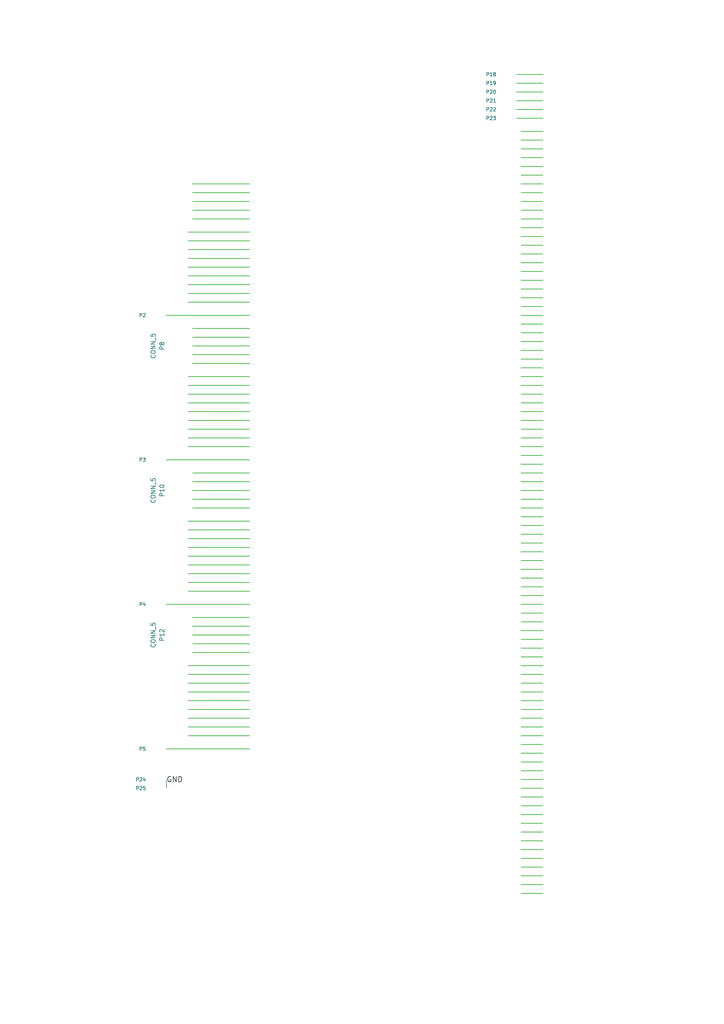
<source format=kicad_sch>
(kicad_sch (version 20230121) (generator eeschema)
  (paper "A4" portrait)
  (title_block (date "2 jun 2014"))
  (lib_symbols)
  (wire (pts (xy 157.48 243.84) (xy 151.13 243.84)))
  (wire (pts (xy 72.39 105.41) (xy 55.88 105.41)))
  (wire (pts (xy 54.61 163.83) (xy 72.39 163.83)))
  (wire (pts (xy 55.88 184.15) (xy 72.39 184.15)))
  (wire (pts (xy 72.39 85.09) (xy 54.61 85.09)))
  (wire (pts (xy 55.88 97.79) (xy 72.39 97.79)))
  (wire (pts (xy 157.48 139.7) (xy 151.13 139.7)))
  (wire (pts (xy 151.13 200.66) (xy 157.48 200.66)))
  (wire (pts (xy 55.88 95.25) (xy 72.39 95.25)))
  (wire (pts (xy 157.48 134.62) (xy 151.13 134.62)))
  (wire (pts (xy 157.48 172.72) (xy 151.13 172.72)))
  (wire (pts (xy 54.61 121.92) (xy 72.39 121.92)))
  (wire (pts (xy 151.13 251.46) (xy 157.48 251.46)))
  (wire (pts (xy 157.48 91.44) (xy 151.13 91.44)))
  (wire (pts (xy 149.86 24.13) (xy 157.48 24.13)))
  (wire (pts (xy 151.13 180.34) (xy 157.48 180.34)))
  (wire (pts (xy 151.13 83.82) (xy 157.48 83.82)))
  (wire (pts (xy 72.39 69.85) (xy 54.61 69.85)))
  (wire (pts (xy 157.48 55.88) (xy 151.13 55.88)))
  (wire (pts (xy 157.48 208.28) (xy 151.13 208.28)))
  (wire (pts (xy 151.13 137.16) (xy 157.48 137.16)))
  (wire (pts (xy 151.13 88.9) (xy 157.48 88.9)))
  (wire (pts (xy 54.61 67.31) (xy 72.39 67.31)))
  (wire (pts (xy 157.48 26.67) (xy 149.86 26.67)))
  (wire (pts (xy 157.48 167.64) (xy 151.13 167.64)))
  (wire (pts (xy 151.13 175.26) (xy 157.48 175.26)))
  (wire (pts (xy 72.39 129.54) (xy 54.61 129.54)))
  (wire (pts (xy 157.48 144.78) (xy 151.13 144.78)))
  (wire (pts (xy 151.13 38.1) (xy 157.48 38.1)))
  (wire (pts (xy 151.13 195.58) (xy 157.48 195.58)))
  (wire (pts (xy 151.13 259.08) (xy 157.48 259.08)))
  (wire (pts (xy 157.48 96.52) (xy 151.13 96.52)))
  (wire (pts (xy 151.13 215.9) (xy 157.48 215.9)))
  (wire (pts (xy 54.61 151.13) (xy 72.39 151.13)))
  (wire (pts (xy 157.48 223.52) (xy 151.13 223.52)))
  (wire (pts (xy 157.48 106.68) (xy 151.13 106.68)))
  (wire (pts (xy 72.39 124.46) (xy 54.61 124.46)))
  (wire (pts (xy 48.26 228.6) (xy 48.26 226.06)))
  (wire (pts (xy 157.48 193.04) (xy 151.13 193.04)))
  (wire (pts (xy 157.48 81.28) (xy 151.13 81.28)))
  (wire (pts (xy 54.61 208.28) (xy 72.39 208.28)))
  (wire (pts (xy 151.13 205.74) (xy 157.48 205.74)))
  (wire (pts (xy 157.48 45.72) (xy 151.13 45.72)))
  (wire (pts (xy 157.48 40.64) (xy 151.13 40.64)))
  (wire (pts (xy 72.39 137.16) (xy 55.88 137.16)))
  (wire (pts (xy 55.88 189.23) (xy 72.39 189.23)))
  (wire (pts (xy 157.48 177.8) (xy 151.13 177.8)))
  (wire (pts (xy 157.48 119.38) (xy 151.13 119.38)))
  (wire (pts (xy 55.88 102.87) (xy 72.39 102.87)))
  (wire (pts (xy 151.13 73.66) (xy 157.48 73.66)))
  (wire (pts (xy 151.13 241.3) (xy 157.48 241.3)))
  (wire (pts (xy 54.61 168.91) (xy 72.39 168.91)))
  (wire (pts (xy 151.13 147.32) (xy 157.48 147.32)))
  (wire (pts (xy 72.39 166.37) (xy 54.61 166.37)))
  (wire (pts (xy 54.61 195.58) (xy 72.39 195.58)))
  (wire (pts (xy 72.39 171.45) (xy 54.61 171.45)))
  (wire (pts (xy 54.61 82.55) (xy 72.39 82.55)))
  (wire (pts (xy 48.26 133.35) (xy 72.39 133.35)))
  (wire (pts (xy 48.26 175.26) (xy 72.39 175.26)))
  (wire (pts (xy 157.48 31.75) (xy 149.86 31.75)))
  (wire (pts (xy 54.61 72.39) (xy 72.39 72.39)))
  (wire (pts (xy 157.48 182.88) (xy 151.13 182.88)))
  (wire (pts (xy 151.13 121.92) (xy 157.48 121.92)))
  (wire (pts (xy 72.39 217.17) (xy 48.26 217.17)))
  (wire (pts (xy 157.48 111.76) (xy 151.13 111.76)))
  (wire (pts (xy 72.39 158.75) (xy 54.61 158.75)))
  (wire (pts (xy 157.48 21.59) (xy 149.86 21.59)))
  (wire (pts (xy 151.13 63.5) (xy 157.48 63.5)))
  (wire (pts (xy 55.88 144.78) (xy 72.39 144.78)))
  (wire (pts (xy 72.39 63.5) (xy 55.88 63.5)))
  (wire (pts (xy 72.39 193.04) (xy 54.61 193.04)))
  (wire (pts (xy 54.61 77.47) (xy 72.39 77.47)))
  (wire (pts (xy 72.39 58.42) (xy 55.88 58.42)))
  (wire (pts (xy 157.48 218.44) (xy 151.13 218.44)))
  (wire (pts (xy 55.88 139.7) (xy 72.39 139.7)))
  (wire (pts (xy 151.13 53.34) (xy 157.48 53.34)))
  (wire (pts (xy 54.61 198.12) (xy 72.39 198.12)))
  (wire (pts (xy 151.13 99.06) (xy 157.48 99.06)))
  (wire (pts (xy 151.13 132.08) (xy 157.48 132.08)))
  (wire (pts (xy 55.88 179.07) (xy 72.39 179.07)))
  (wire (pts (xy 151.13 165.1) (xy 157.48 165.1)))
  (wire (pts (xy 157.48 76.2) (xy 151.13 76.2)))
  (wire (pts (xy 151.13 210.82) (xy 157.48 210.82)))
  (wire (pts (xy 151.13 149.86) (xy 157.48 149.86)))
  (wire (pts (xy 72.39 147.32) (xy 55.88 147.32)))
  (wire (pts (xy 151.13 185.42) (xy 157.48 185.42)))
  (wire (pts (xy 157.48 228.6) (xy 151.13 228.6)))
  (wire (pts (xy 151.13 160.02) (xy 157.48 160.02)))
  (wire (pts (xy 157.48 124.46) (xy 151.13 124.46)))
  (wire (pts (xy 157.48 203.2) (xy 151.13 203.2)))
  (wire (pts (xy 151.13 256.54) (xy 157.48 256.54)))
  (wire (pts (xy 151.13 109.22) (xy 157.48 109.22)))
  (wire (pts (xy 157.48 66.04) (xy 151.13 66.04)))
  (wire (pts (xy 54.61 203.2) (xy 72.39 203.2)))
  (wire (pts (xy 151.13 170.18) (xy 157.48 170.18)))
  (wire (pts (xy 151.13 246.38) (xy 157.48 246.38)))
  (wire (pts (xy 72.39 153.67) (xy 54.61 153.67)))
  (wire (pts (xy 157.48 238.76) (xy 151.13 238.76)))
  (wire (pts (xy 157.48 129.54) (xy 151.13 129.54)))
  (wire (pts (xy 157.48 86.36) (xy 151.13 86.36)))
  (wire (pts (xy 151.13 48.26) (xy 157.48 48.26)))
  (wire (pts (xy 72.39 100.33) (xy 55.88 100.33)))
  (wire (pts (xy 72.39 205.74) (xy 54.61 205.74)))
  (wire (pts (xy 149.86 34.29) (xy 157.48 34.29)))
  (wire (pts (xy 151.13 226.06) (xy 157.48 226.06)))
  (wire (pts (xy 72.39 111.76) (xy 54.61 111.76)))
  (wire (pts (xy 151.13 236.22) (xy 157.48 236.22)))
  (wire (pts (xy 157.48 213.36) (xy 151.13 213.36)))
  (wire (pts (xy 54.61 87.63) (xy 72.39 87.63)))
  (wire (pts (xy 157.48 233.68) (xy 151.13 233.68)))
  (wire (pts (xy 54.61 114.3) (xy 72.39 114.3)))
  (wire (pts (xy 157.48 162.56) (xy 151.13 162.56)))
  (wire (pts (xy 151.13 68.58) (xy 157.48 68.58)))
  (wire (pts (xy 54.61 161.29) (xy 72.39 161.29)))
  (wire (pts (xy 72.39 91.44) (xy 48.26 91.44)))
  (wire (pts (xy 151.13 114.3) (xy 157.48 114.3)))
  (wire (pts (xy 151.13 220.98) (xy 157.48 220.98)))
  (wire (pts (xy 151.13 78.74) (xy 157.48 78.74)))
  (wire (pts (xy 72.39 186.69) (xy 55.88 186.69)))
  (wire (pts (xy 55.88 55.88) (xy 72.39 55.88)))
  (wire (pts (xy 151.13 231.14) (xy 157.48 231.14)))
  (wire (pts (xy 157.48 71.12) (xy 151.13 71.12)))
  (wire (pts (xy 54.61 127) (xy 72.39 127)))
  (wire (pts (xy 149.86 29.21) (xy 157.48 29.21)))
  (wire (pts (xy 72.39 80.01) (xy 54.61 80.01)))
  (wire (pts (xy 151.13 116.84) (xy 157.48 116.84)))
  (wire (pts (xy 72.39 119.38) (xy 54.61 119.38)))
  (wire (pts (xy 157.48 198.12) (xy 151.13 198.12)))
  (wire (pts (xy 54.61 116.84) (xy 72.39 116.84)))
  (wire (pts (xy 151.13 93.98) (xy 157.48 93.98)))
  (wire (pts (xy 151.13 43.18) (xy 157.48 43.18)))
  (wire (pts (xy 54.61 213.36) (xy 72.39 213.36)))
  (wire (pts (xy 72.39 74.93) (xy 54.61 74.93)))
  (wire (pts (xy 157.48 101.6) (xy 151.13 101.6)))
  (wire (pts (xy 72.39 142.24) (xy 55.88 142.24)))
  (wire (pts (xy 151.13 190.5) (xy 157.48 190.5)))
  (wire (pts (xy 72.39 181.61) (xy 55.88 181.61)))
  (wire (pts (xy 151.13 104.14) (xy 157.48 104.14)))
  (wire (pts (xy 72.39 53.34) (xy 55.88 53.34)))
  (wire (pts (xy 151.13 142.24) (xy 157.48 142.24)))
  (wire (pts (xy 157.48 157.48) (xy 151.13 157.48)))
  (wire (pts (xy 72.39 200.66) (xy 54.61 200.66)))
  (wire (pts (xy 54.61 109.22) (xy 72.39 109.22)))
  (wire (pts (xy 54.61 156.21) (xy 72.39 156.21)))
  (wire (pts (xy 55.88 60.96) (xy 72.39 60.96)))
  (wire (pts (xy 157.48 187.96) (xy 151.13 187.96)))
  (wire (pts (xy 157.48 60.96) (xy 151.13 60.96)))
  (wire (pts (xy 157.48 248.92) (xy 151.13 248.92)))
  (wire (pts (xy 151.13 58.42) (xy 157.48 58.42)))
  (wire (pts (xy 157.48 152.4) (xy 151.13 152.4)))
  (wire (pts (xy 151.13 154.94) (xy 157.48 154.94)))
  (wire (pts (xy 157.48 50.8) (xy 151.13 50.8)))
  (wire (pts (xy 157.48 254) (xy 151.13 254)))
  (wire (pts (xy 151.13 127) (xy 157.48 127)))
  (wire (pts (xy 72.39 210.82) (xy 54.61 210.82)))
  (label "GND" (at 48.26 227.33 0) (effects (font (size 1.524 1.524))))
  (symbol (lib_id "284617-1") (at 86.36 132.08 0) (unit 1)
    (property "Reference" "P1" (at 86.36 125.73 0))
    (property "Value" "284617-1" (at 86.36 128.27 0))
    (property "Footprint" "MODULE" (effects hide))
    (property "Datasheet" "DOCUMENTATION" (effects hide))
  )
  (symbol (lib_id "CONN_5") (at 45.72 58.42 0) (mirror y) (unit 1)
    (property "Reference" "P6" (at 46.99 58.42 90))
    (property "Value" "CONN_5" (at 44.45 58.42 90))
  )
  (symbol (lib_id "CONN_9") (at 45.72 77.47 0) (mirror y) (unit 1)
    (property "Reference" "P7" (at 46.99 77.47 90) (effects (font (size 1.524 1.524))))
    (property "Value" "CONN_9" (at 44.45 77.47 90) (effects (font (size 1.524 1.524))))
  )
  (symbol (lib_id "CONN_1") (at 44.45 91.44 180) (unit 1)
    (property "Reference" "P2" (at 42.418 91.44 0) (effects (font (size 1.016 1.016)) (justify left)))
    (property "Value" "CONN_1" (effects hide))
  )
  (symbol (lib_id "CONN_5") (at 45.72 100.33 0) (mirror y) (unit 1)
    (property "Reference" "P8" (at 46.99 100.33 90))
    (property "Value" "CONN_5" (at 44.45 100.33 90))
  )
  (symbol (lib_id "CONN_9") (at 45.72 119.38 0) (mirror y) (unit 1)
    (property "Reference" "P9" (at 46.99 119.38 90) (effects (font (size 1.524 1.524))))
    (property "Value" "CONN_9" (at 44.45 119.38 90) (effects (font (size 1.524 1.524))))
  )
  (symbol (lib_id "CONN_1") (at 44.45 133.35 180) (unit 1)
    (property "Reference" "P3" (at 42.418 133.35 0) (effects (font (size 1.016 1.016)) (justify left)))
    (property "Value" "CONN_1" (effects hide))
  )
  (symbol (lib_id "CONN_5") (at 45.72 142.24 0) (mirror y) (unit 1)
    (property "Reference" "P10" (at 46.99 142.24 90))
    (property "Value" "CONN_5" (at 44.45 142.24 90))
  )
  (symbol (lib_id "CONN_9") (at 45.72 161.29 0) (mirror y) (unit 1)
    (property "Reference" "P11" (at 46.99 161.29 90) (effects (font (size 1.524 1.524))))
    (property "Value" "CONN_9" (at 44.45 161.29 90) (effects (font (size 1.524 1.524))))
  )
  (symbol (lib_id "CONN_1") (at 44.45 175.26 180) (unit 1)
    (property "Reference" "P4" (at 42.418 175.26 0) (effects (font (size 1.016 1.016)) (justify left)))
    (property "Value" "CONN_1" (effects hide))
  )
  (symbol (lib_id "CONN_5") (at 45.72 184.15 0) (mirror y) (unit 1)
    (property "Reference" "P12" (at 46.99 184.15 90))
    (property "Value" "CONN_5" (at 44.45 184.15 90))
  )
  (symbol (lib_id "CONN_9") (at 45.72 203.2 0) (mirror y) (unit 1)
    (property "Reference" "P13" (at 46.99 203.2 90) (effects (font (size 1.524 1.524))))
    (property "Value" "CONN_9" (at 44.45 203.2 90) (effects (font (size 1.524 1.524))))
  )
  (symbol (lib_id "CONN_1") (at 44.45 217.17 180) (unit 1)
    (property "Reference" "P5" (at 42.418 217.17 0) (effects (font (size 1.016 1.016)) (justify left)))
    (property "Value" "CONN_1" (effects hide))
  )
  (symbol (lib_id "CONN_1") (at 146.05 21.59 180) (unit 1)
    (property "Reference" "P18" (at 144.018 21.59 0) (effects (font (size 1.016 1.016)) (justify left)))
    (property "Value" "CONN_1" (effects hide))
  )
  (symbol (lib_id "CONN_1") (at 146.05 24.13 180) (unit 1)
    (property "Reference" "P19" (at 144.018 24.13 0) (effects (font (size 1.016 1.016)) (justify left)))
    (property "Value" "CONN_1" (effects hide))
  )
  (symbol (lib_id "CONN_1") (at 146.05 26.67 180) (unit 1)
    (property "Reference" "P20" (at 144.018 26.67 0) (effects (font (size 1.016 1.016)) (justify left)))
    (property "Value" "CONN_1" (effects hide))
  )
  (symbol (lib_id "CONN_1") (at 146.05 29.21 180) (unit 1)
    (property "Reference" "P21" (at 144.018 29.21 0) (effects (font (size 1.016 1.016)) (justify left)))
    (property "Value" "CONN_1" (effects hide))
  )
  (symbol (lib_id "CONN_1") (at 146.05 31.75 180) (unit 1)
    (property "Reference" "P22" (at 144.018 31.75 0) (effects (font (size 1.016 1.016)) (justify left)))
    (property "Value" "CONN_1" (effects hide))
  )
  (symbol (lib_id "CONN_1") (at 146.05 34.29 180) (unit 1)
    (property "Reference" "P23" (at 144.018 34.29 0) (effects (font (size 1.016 1.016)) (justify left)))
    (property "Value" "CONN_1" (effects hide))
  )
  (symbol (lib_id "CONN_22") (at 142.24 62.23 0) (mirror y) (unit 1)
    (property "Reference" "P14" (at 143.51 62.23 90) (effects (font (size 1.524 1.524))))
    (property "Value" "CONN_22" (at 140.97 62.23 90) (effects (font (size 1.524 1.524))))
  )
  (symbol (lib_id "CONN_22") (at 142.24 118.11 0) (mirror y) (unit 1)
    (property "Reference" "P15" (at 143.51 118.11 90) (effects (font (size 1.524 1.524))))
    (property "Value" "CONN_22" (at 140.97 118.11 90) (effects (font (size 1.524 1.524))))
  )
  (symbol (lib_id "CONN_22") (at 142.24 173.99 0) (mirror y) (unit 1)
    (property "Reference" "P16" (at 143.51 173.99 90) (effects (font (size 1.524 1.524))))
    (property "Value" "CONN_22" (at 140.97 173.99 90) (effects (font (size 1.524 1.524))))
  )
  (symbol (lib_id "CONN_22") (at 142.24 229.87 0) (mirror y) (unit 1)
    (property "Reference" "P17" (at 143.51 229.87 90) (effects (font (size 1.524 1.524))))
    (property "Value" "CONN_22" (at 140.97 229.87 90) (effects (font (size 1.524 1.524))))
  )
  (symbol (lib_id "284617-1") (at 171.45 144.78 0) (unit 2)
    (property "Reference" "P1" (at 171.45 138.43 0))
    (property "Value" "284617-1" (at 171.45 140.97 0))
    (property "Footprint" "MODULE" (effects hide))
    (property "Datasheet" "DOCUMENTATION" (effects hide))
  )
  (symbol (lib_id "CONN_1") (at 44.45 228.6 180) (unit 1)
    (property "Reference" "P25" (at 42.418 228.6 0) (effects (font (size 1.016 1.016)) (justify left)))
    (property "Value" "CONN_1" (effects hide))
  )
  (symbol (lib_id "CONN_1") (at 44.45 226.06 180) (unit 1)
    (property "Reference" "P24" (at 42.418 226.06 0) (effects (font (size 1.016 1.016)) (justify left)))
    (property "Value" "CONN_1" (effects hide))
  )
)
</source>
